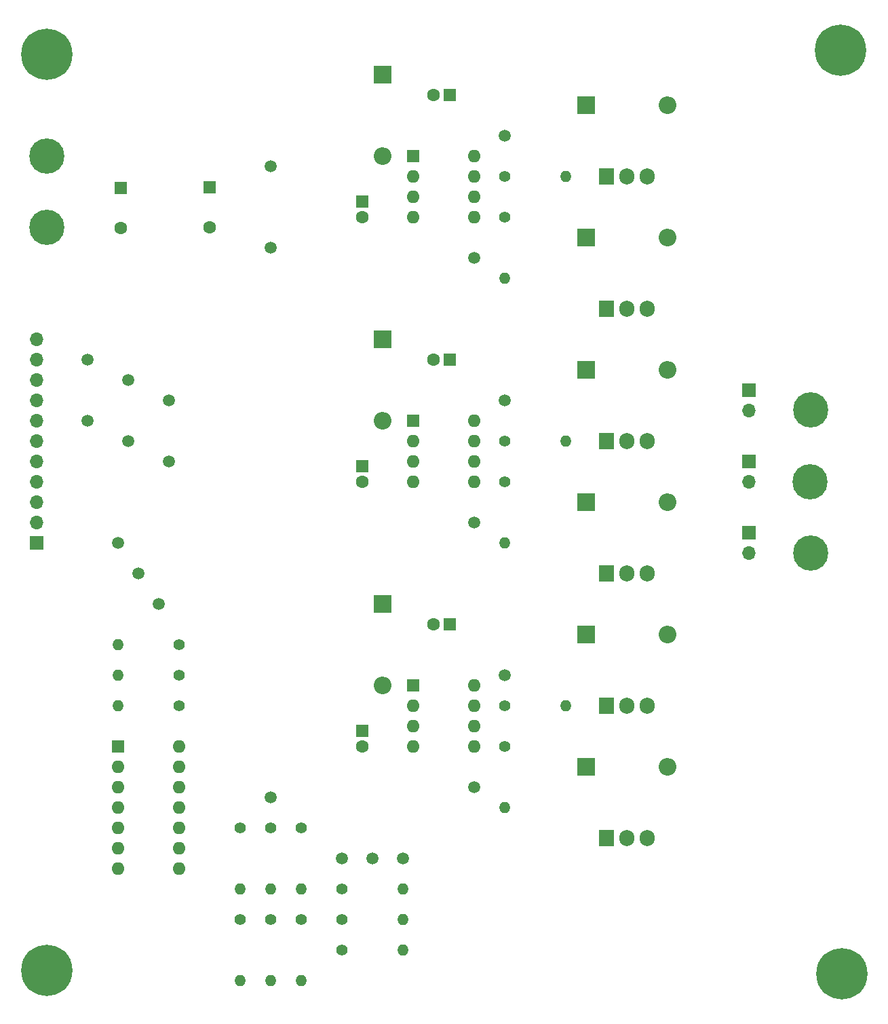
<source format=gbr>
%TF.GenerationSoftware,KiCad,Pcbnew,8.0.5*%
%TF.CreationDate,2024-10-06T18:47:07+02:00*%
%TF.ProjectId,ESC_MOTEUR_BRUSHLESS,4553435f-4d4f-4544-9555-525f42525553,rev?*%
%TF.SameCoordinates,Original*%
%TF.FileFunction,Soldermask,Bot*%
%TF.FilePolarity,Negative*%
%FSLAX46Y46*%
G04 Gerber Fmt 4.6, Leading zero omitted, Abs format (unit mm)*
G04 Created by KiCad (PCBNEW 8.0.5) date 2024-10-06 18:47:07*
%MOMM*%
%LPD*%
G01*
G04 APERTURE LIST*
%ADD10C,1.500000*%
%ADD11C,1.400000*%
%ADD12O,1.400000X1.400000*%
%ADD13R,1.905000X2.000000*%
%ADD14O,1.905000X2.000000*%
%ADD15C,0.800000*%
%ADD16C,6.400000*%
%ADD17R,1.600000X1.600000*%
%ADD18C,1.600000*%
%ADD19O,1.600000X1.600000*%
%ADD20R,1.700000X1.700000*%
%ADD21O,1.700000X1.700000*%
%ADD22R,2.200000X2.200000*%
%ADD23O,2.200000X2.200000*%
%ADD24C,0.700000*%
%ADD25C,4.400000*%
G04 APERTURE END LIST*
D10*
%TO.C,P_BLO1*%
X101600000Y-88900000D03*
%TD*%
D11*
%TO.C,R17*%
X105410000Y-111760000D03*
D12*
X113030000Y-111760000D03*
%TD*%
D11*
%TO.C,R11*%
X85095000Y-138440000D03*
D12*
X92715000Y-138440000D03*
%TD*%
D13*
%TO.C,Q3*%
X118110000Y-78740000D03*
D14*
X120650000Y-78740000D03*
X123190000Y-78740000D03*
%TD*%
D10*
%TO.C,P_BL1*%
X58420000Y-78740000D03*
%TD*%
%TO.C,GND1*%
X76200000Y-54610000D03*
%TD*%
D15*
%TO.C,H1*%
X45860000Y-30480000D03*
X46562944Y-28782944D03*
X46562944Y-32177056D03*
X48260000Y-28080000D03*
D16*
X48260000Y-30480000D03*
D15*
X48260000Y-32880000D03*
X49957056Y-28782944D03*
X49957056Y-32177056D03*
X50660000Y-30480000D03*
%TD*%
D11*
%TO.C,R18*%
X105410000Y-116840000D03*
D12*
X105410000Y-124460000D03*
%TD*%
D10*
%TO.C,PTB2*%
X88900000Y-130810000D03*
%TD*%
D11*
%TO.C,R3*%
X64770000Y-111760000D03*
D12*
X57150000Y-111760000D03*
%TD*%
D17*
%TO.C,C3*%
X87630000Y-48800000D03*
D18*
X87630000Y-50800000D03*
%TD*%
D13*
%TO.C,Q1*%
X118110000Y-45720000D03*
D14*
X120650000Y-45720000D03*
X123190000Y-45720000D03*
%TD*%
D11*
%TO.C,R5*%
X76195000Y-127000000D03*
D12*
X76195000Y-134620000D03*
%TD*%
D11*
%TO.C,R15*%
X105410000Y-78740000D03*
D12*
X113030000Y-78740000D03*
%TD*%
D10*
%TO.C,P_CHO1*%
X105410000Y-107950000D03*
%TD*%
D17*
%TO.C,U2*%
X93990000Y-43190000D03*
D19*
X93990000Y-45730000D03*
X93990000Y-48270000D03*
X93990000Y-50810000D03*
X101610000Y-50810000D03*
X101610000Y-48270000D03*
X101610000Y-45730000D03*
X101610000Y-43190000D03*
%TD*%
D20*
%TO.C,J1*%
X46990000Y-91440000D03*
D21*
X46990000Y-88900000D03*
X46990000Y-86360000D03*
X46990000Y-83820000D03*
X46990000Y-81280000D03*
X46990000Y-78740000D03*
X46990000Y-76200000D03*
X46990000Y-73660000D03*
X46990000Y-71120000D03*
X46990000Y-68580000D03*
X46990000Y-66040000D03*
%TD*%
D22*
%TO.C,D8*%
X115570000Y-86360000D03*
D23*
X125730000Y-86360000D03*
%TD*%
D13*
%TO.C,Q2*%
X118110000Y-62230000D03*
D14*
X120650000Y-62230000D03*
X123190000Y-62230000D03*
%TD*%
D22*
%TO.C,D2*%
X90170000Y-33020000D03*
D23*
X90170000Y-43180000D03*
%TD*%
D11*
%TO.C,R2*%
X64770000Y-107950000D03*
D12*
X57150000Y-107950000D03*
%TD*%
D22*
%TO.C,D9*%
X115570000Y-102870000D03*
D23*
X125730000Y-102870000D03*
%TD*%
D11*
%TO.C,R10*%
X85095000Y-142250000D03*
D12*
X92715000Y-142250000D03*
%TD*%
D10*
%TO.C,P_ALO1*%
X101600000Y-55880000D03*
%TD*%
%TO.C,P_CLO1*%
X101600000Y-121920000D03*
%TD*%
D17*
%TO.C,C8*%
X98520000Y-101600000D03*
D18*
X96520000Y-101600000D03*
%TD*%
D17*
%TO.C,C1*%
X68580000Y-47070000D03*
D18*
X68580000Y-52070000D03*
%TD*%
D24*
%TO.C,Alim+1*%
X46610000Y-43180000D03*
X47093274Y-42013274D03*
X47093274Y-44346726D03*
X48260000Y-41530000D03*
D25*
X48260000Y-43180000D03*
D24*
X48260000Y-44830000D03*
X49426726Y-42013274D03*
X49426726Y-44346726D03*
X49910000Y-43180000D03*
%TD*%
D10*
%TO.C,PTC1*%
X62230000Y-99060000D03*
%TD*%
%TO.C,P_CL1*%
X63500000Y-81280000D03*
%TD*%
D11*
%TO.C,R9*%
X72385000Y-138430000D03*
D12*
X72385000Y-146050000D03*
%TD*%
D11*
%TO.C,R12*%
X85095000Y-134630000D03*
D12*
X92715000Y-134630000D03*
%TD*%
D10*
%TO.C,PTB1*%
X59690000Y-95250000D03*
%TD*%
%TO.C,P_BH1*%
X58420000Y-71120000D03*
%TD*%
D13*
%TO.C,Q6*%
X118110000Y-128270000D03*
D14*
X120650000Y-128270000D03*
X123190000Y-128270000D03*
%TD*%
D24*
%TO.C,Alim-1*%
X46610000Y-52070000D03*
X47093274Y-50903274D03*
X47093274Y-53236726D03*
X48260000Y-50420000D03*
D25*
X48260000Y-52070000D03*
D24*
X48260000Y-53720000D03*
X49426726Y-50903274D03*
X49426726Y-53236726D03*
X49910000Y-52070000D03*
%TD*%
D22*
%TO.C,D6*%
X115570000Y-53340000D03*
D23*
X125730000Y-53340000D03*
%TD*%
D15*
%TO.C,H2*%
X144920000Y-29912944D03*
X145622944Y-28215888D03*
X145622944Y-31610000D03*
X147320000Y-27512944D03*
D16*
X147320000Y-29912944D03*
D15*
X147320000Y-32312944D03*
X149017056Y-28215888D03*
X149017056Y-31610000D03*
X149720000Y-29912944D03*
%TD*%
D17*
%TO.C,C4*%
X87630000Y-81820000D03*
D18*
X87630000Y-83820000D03*
%TD*%
D10*
%TO.C,P_BHO1*%
X105410000Y-73660000D03*
%TD*%
D22*
%TO.C,D7*%
X115570000Y-69850000D03*
D23*
X125730000Y-69850000D03*
%TD*%
D10*
%TO.C,P_AH1*%
X53340000Y-68580000D03*
%TD*%
%TO.C,P_CH1*%
X63500000Y-73660000D03*
%TD*%
D11*
%TO.C,R6*%
X80005000Y-127000000D03*
D12*
X80005000Y-134620000D03*
%TD*%
D10*
%TO.C,PTA1*%
X57150000Y-91440000D03*
%TD*%
D11*
%TO.C,R1*%
X64770000Y-104140000D03*
D12*
X57150000Y-104140000D03*
%TD*%
D24*
%TO.C,P_C1*%
X141953274Y-92710000D03*
X142436548Y-91543274D03*
X142436548Y-93876726D03*
X143603274Y-91060000D03*
D25*
X143603274Y-92710000D03*
D24*
X143603274Y-94360000D03*
X144770000Y-91543274D03*
X144770000Y-93876726D03*
X145253274Y-92710000D03*
%TD*%
D17*
%TO.C,U3*%
X93990000Y-76210000D03*
D19*
X93990000Y-78750000D03*
X93990000Y-81290000D03*
X93990000Y-83830000D03*
X101610000Y-83830000D03*
X101610000Y-81290000D03*
X101610000Y-78750000D03*
X101610000Y-76210000D03*
%TD*%
D10*
%TO.C,P_AL1*%
X53340000Y-76200000D03*
%TD*%
D13*
%TO.C,Q4*%
X118110000Y-95250000D03*
D14*
X120650000Y-95250000D03*
X123190000Y-95250000D03*
%TD*%
D10*
%TO.C,PTA2*%
X85090000Y-130810000D03*
%TD*%
D20*
%TO.C,JP3*%
X135890000Y-90170000D03*
D21*
X135890000Y-92710000D03*
%TD*%
D11*
%TO.C,R13*%
X105410000Y-45720000D03*
D12*
X113030000Y-45720000D03*
%TD*%
D11*
%TO.C,R4*%
X72385000Y-127000000D03*
D12*
X72385000Y-134620000D03*
%TD*%
D17*
%TO.C,U1*%
X57150000Y-116840000D03*
D19*
X57150000Y-119380000D03*
X57150000Y-121920000D03*
X57150000Y-124460000D03*
X57150000Y-127000000D03*
X57150000Y-129540000D03*
X57150000Y-132080000D03*
X64770000Y-132080000D03*
X64770000Y-129540000D03*
X64770000Y-127000000D03*
X64770000Y-124460000D03*
X64770000Y-121920000D03*
X64770000Y-119380000D03*
X64770000Y-116840000D03*
%TD*%
D17*
%TO.C,C7*%
X98520000Y-68580000D03*
D18*
X96520000Y-68580000D03*
%TD*%
D24*
%TO.C,P_B1*%
X141850000Y-83820000D03*
X142333274Y-82653274D03*
X142333274Y-84986726D03*
X143500000Y-82170000D03*
D25*
X143500000Y-83820000D03*
D24*
X143500000Y-85470000D03*
X144666726Y-82653274D03*
X144666726Y-84986726D03*
X145150000Y-83820000D03*
%TD*%
D22*
%TO.C,D10*%
X115570000Y-119380000D03*
D23*
X125730000Y-119380000D03*
%TD*%
D13*
%TO.C,Q5*%
X118110000Y-111770000D03*
D14*
X120650000Y-111770000D03*
X123190000Y-111770000D03*
%TD*%
D11*
%TO.C,R14*%
X105410000Y-50800000D03*
D12*
X105410000Y-58420000D03*
%TD*%
D17*
%TO.C,U4*%
X93990000Y-109230000D03*
D19*
X93990000Y-111770000D03*
X93990000Y-114310000D03*
X93990000Y-116850000D03*
X101610000Y-116850000D03*
X101610000Y-114310000D03*
X101610000Y-111770000D03*
X101610000Y-109230000D03*
%TD*%
D11*
%TO.C,R16*%
X105410000Y-83820000D03*
D12*
X105410000Y-91440000D03*
%TD*%
D11*
%TO.C,R8*%
X76195000Y-138430000D03*
D12*
X76195000Y-146050000D03*
%TD*%
D17*
%TO.C,C6*%
X98520000Y-35560000D03*
D18*
X96520000Y-35560000D03*
%TD*%
D20*
%TO.C,JP1*%
X135890000Y-72390000D03*
D21*
X135890000Y-74930000D03*
%TD*%
D22*
%TO.C,D3*%
X90170000Y-66040000D03*
D23*
X90170000Y-76200000D03*
%TD*%
D11*
%TO.C,R7*%
X80005000Y-138430000D03*
D12*
X80005000Y-146050000D03*
%TD*%
D10*
%TO.C,PTC2*%
X92710000Y-130810000D03*
%TD*%
%TO.C,P_AHO1*%
X105410000Y-40640000D03*
%TD*%
D20*
%TO.C,JP2*%
X135890000Y-81280000D03*
D21*
X135890000Y-83820000D03*
%TD*%
D10*
%TO.C,REF1*%
X76200000Y-123190000D03*
%TD*%
D15*
%TO.C,H3*%
X145060000Y-145207056D03*
X145762944Y-143510000D03*
X145762944Y-146904112D03*
X147460000Y-142807056D03*
D16*
X147460000Y-145207056D03*
D15*
X147460000Y-147607056D03*
X149157056Y-143510000D03*
X149157056Y-146904112D03*
X149860000Y-145207056D03*
%TD*%
D24*
%TO.C,P_A1*%
X141953274Y-74826726D03*
X142436548Y-73660000D03*
X142436548Y-75993452D03*
X143603274Y-73176726D03*
D25*
X143603274Y-74826726D03*
D24*
X143603274Y-76476726D03*
X144770000Y-73660000D03*
X144770000Y-75993452D03*
X145253274Y-74826726D03*
%TD*%
D22*
%TO.C,D5*%
X115570000Y-36830000D03*
D23*
X125730000Y-36830000D03*
%TD*%
D17*
%TO.C,C5*%
X87630000Y-114840000D03*
D18*
X87630000Y-116840000D03*
%TD*%
D10*
%TO.C,VCC1*%
X76200000Y-44450000D03*
%TD*%
D17*
%TO.C,C2*%
X57530000Y-47127349D03*
D18*
X57530000Y-52127349D03*
%TD*%
D22*
%TO.C,D4*%
X90170000Y-99060000D03*
D23*
X90170000Y-109220000D03*
%TD*%
D15*
%TO.C,H4*%
X45860000Y-144780000D03*
X46562944Y-143082944D03*
X46562944Y-146477056D03*
X48260000Y-142380000D03*
D16*
X48260000Y-144780000D03*
D15*
X48260000Y-147180000D03*
X49957056Y-143082944D03*
X49957056Y-146477056D03*
X50660000Y-144780000D03*
%TD*%
M02*

</source>
